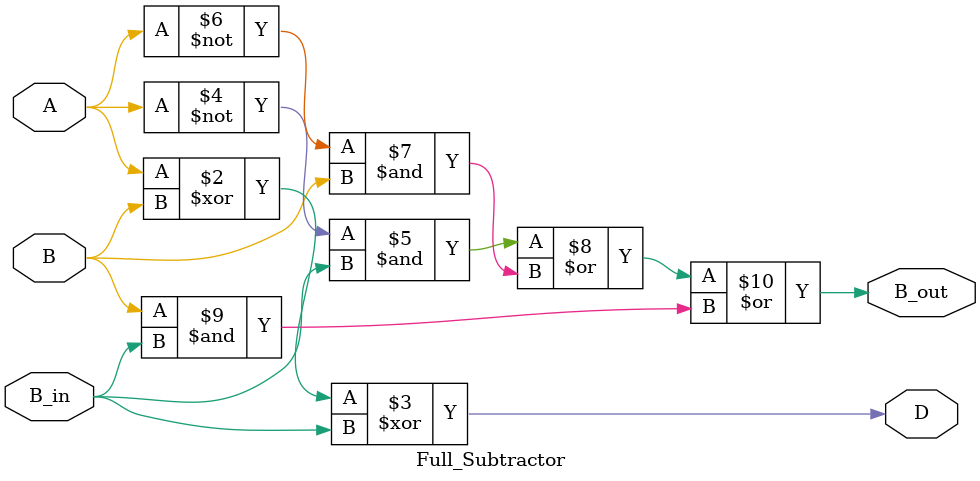
<source format=sv>
/*
  Code can be found here: https://edaplayground.com/x/EdaW
*/

// main program
module Full_Subtractor(D, B_out, A, B, B_in);

  output D, B_out;
  input A, B, B_in;

  assign D = A ^ B ^ B_in;
  assign B_out = ((~A) & B_in) | ((~A) & B) | (B & B_in);

endmodule


// testbench
module tb_Full_Subtractor;

  reg a, b, borr_in;
  wire diff, borr_out;

  initial begin

    // $dumpfile ("dump.vcd"); //only needed if using the online compiler
    // $dumpvars (1, tb_Full_Subtractor); //only needed if using the online compiler

    // #000 a = 0; b = 0; borr_in = 0;
    // #100 a = 0; b = 0; borr_in = 1;
    // #100 a = 0; b = 1; borr_in = 0;
    // #100 a = 0; b = 1; borr_in = 1;
    // #100 a = 1; b = 0; borr_in = 0;
    // #100 a = 1; b = 0; borr_in = 1;
    // #100 a = 1; b = 1; borr_in = 0;
    // #100 a = 1; b = 1; borr_in = 1;
    // #100 $stop;

  end

  Full_Subtractor U1 (diff, borr_out, a, b, borr_in);

endmodule

</source>
